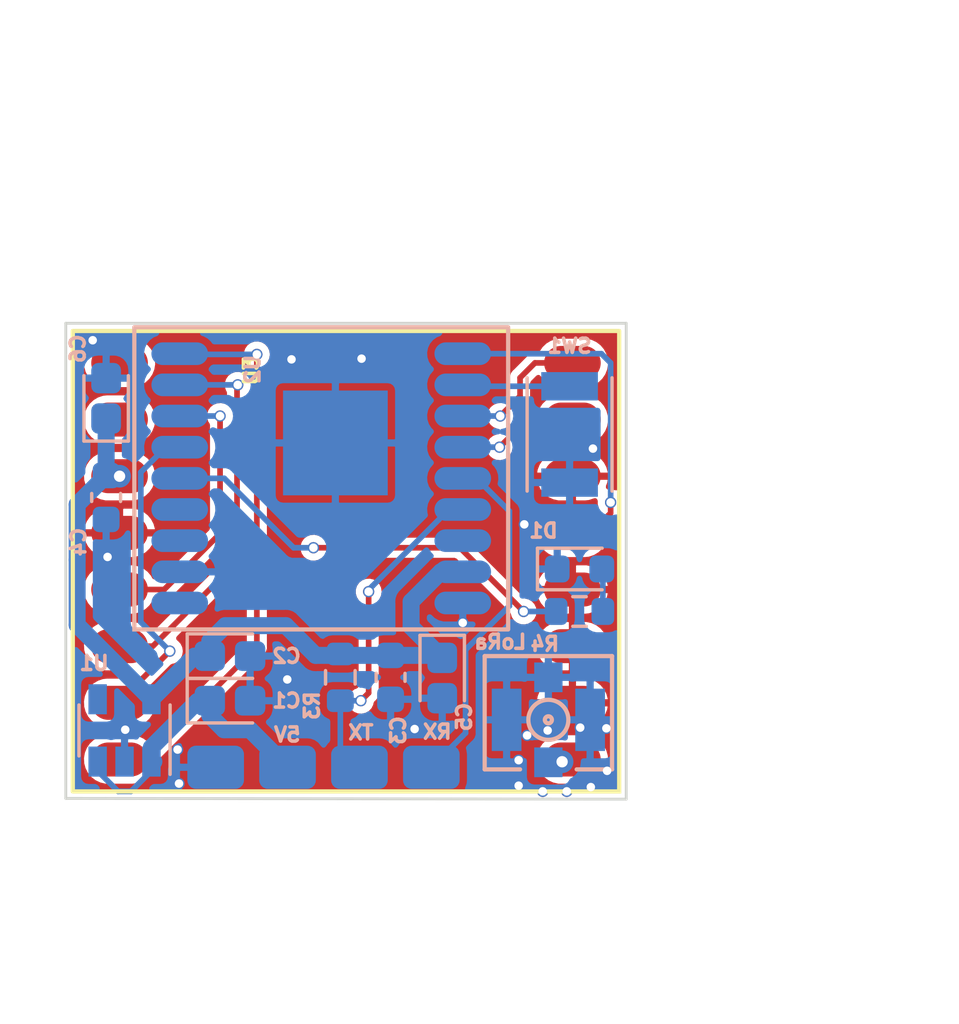
<source format=kicad_pcb>
(kicad_pcb (version 20201002) (generator pcbnew)
  (layers (0 "F.Cu" signal) (31 "B.Cu" signal) (34 "B.Paste" user) (35 "F.Paste" user) (36 "B.SilkS" user "B.Silkscreen") (37 "F.SilkS" user "F.Silkscreen") (38 "B.Mask" user) (39 "F.Mask" user) (44 "Edge.Cuts" user))
  (net 0 "")
  (net 1 "GND")
  (net 2 "Net-(AE2-Pad1)")
  (net 3 "+5V")
  (net 4 "+3V3")
  (net 5 "Net-(D1-Pad2)")
  (net 6 "/TX")
  (net 7 "/RX")
  (net 8 "/IO16")
  (net 9 "/BOOT")
  (net 10 "/BUSY")
  (net 11 "/DIO1")
  (net 12 "/NRESET")
  (net 13 "/NSS")
  (net 14 "/MOSI")
  (net 15 "/MISO")
  (net 16 "/SCK")
  (net 17 "Net-(U2-Pad1)")
  (net 18 "Net-(U2-Pad3)")
  (net 19 "/EN")
  (net 20 "/RST")
  (net 21 "Net-(U3-Pad1)")
  (net 22 "Net-(U3-Pad2)")
  (module "ELRS_lib:LoRa1280" (layer "F.Cu") (at 109.725 136.15)
    (fp_text reference "U3" (at -3.35 -6.725 90 unlocked) (layer "F.SilkS") (effects (font (size 0.5 0.5))))
    (fp_text value "LoRa1280" hide)
    (fp_rect (start 9.652 8.128) (end -9.652 -8.128) (layer "F.SilkS") (width 0.15))
    (pad "1" smd oval (at -8 -7) (size 2 1.2) (layers "F.Cu" "F.Paste" "F.Mask") (net 21 "Net-(U3-Pad1)"))
    (pad "2" smd oval (at -8 -5) (size 2 1.2) (layers "F.Cu" "F.Paste" "F.Mask") (net 22 "Net-(U3-Pad2)"))
    (pad "3" smd oval (at -8 -3) (size 2 1.2) (layers "F.Cu" "F.Paste" "F.Mask") (net 4 "+3V3"))
    (pad "4" smd oval (at -8 -1) (size 2 1.2) (layers "F.Cu" "F.Paste" "F.Mask") (net 1 "GND"))
    (pad "5" smd oval (at -8 1) (size 2 1.2) (layers "F.Cu" "F.Paste" "F.Mask") (net 15 "/MISO"))
    (pad "6" smd oval (at -8 3) (size 2 1.2) (layers "F.Cu" "F.Paste" "F.Mask") (net 14 "/MOSI"))
    (pad "7" smd oval (at -8 5) (size 2 1.2) (layers "F.Cu" "F.Paste" "F.Mask") (net 16 "/SCK"))
    (pad "8" smd oval (at -8 7) (size 2 1.2) (layers "F.Cu" "F.Paste" "F.Mask") (net 13 "/NSS"))
    (pad "9" smd oval (at 8 7) (size 2 1.2) (layers "F.Cu" "F.Paste" "F.Mask") (net 2 "Net-(AE2-Pad1)"))
    (pad "10" smd oval (at 8 5) (size 2 1.2) (layers "F.Cu" "F.Paste" "F.Mask") (net 1 "GND"))
    (pad "11" smd oval (at 8 3) (size 2 1.2) (layers "F.Cu" "F.Paste" "F.Mask") (net 1 "GND"))
    (pad "12" smd oval (at 8 1) (size 2 1.2) (layers "F.Cu" "F.Paste" "F.Mask") (net 1 "GND"))
    (pad "13" smd oval (at 8 -1) (size 2 1.2) (layers "F.Cu" "F.Paste" "F.Mask") (net 12 "/NRESET"))
    (pad "14" smd oval (at 8 -3) (size 2 1.2) (layers "F.Cu" "F.Paste" "F.Mask") (net 1 "GND"))
    (pad "15" smd oval (at 8 -5) (size 2 1.2) (layers "F.Cu" "F.Paste" "F.Mask") (net 10 "/BUSY"))
    (pad "16" smd oval (at 8 -7) (size 2 1.2) (layers "F.Cu" "F.Paste" "F.Mask") (net 11 "/DIO1"))
  )
  (module "Capacitor_Tantalum_SMD:CP_EIA-1608-08_AVX-J" (layer "B.Cu") (at 113.125 140.275 -90)
    (fp_text reference "C5" (at 1.375 -0.775 90) (layer "B.SilkS") (effects (font (size 0.5 0.5)) (justify mirror)))
    (fp_text value "CP")
    (fp_line (start 0.8 0.785) (end -1.51 0.785) (layer "B.SilkS") (width 0.12))
    (fp_line (start -1.51 0.785) (end -1.51 -0.785) (layer "B.SilkS") (width 0.12))
    (fp_line (start -1.51 -0.785) (end 0.8 -0.785) (layer "B.SilkS") (width 0.12))
    (pad "1" smd roundrect (at -0.7125 0 270) (size 1.075 1.05) (layers "B.Cu" "B.Paste" "B.Mask") (roundrect_rratio 0.238095) (net 4 "+3V3"))
    (pad "2" smd roundrect (at 0.7125 0 270) (size 1.075 1.05) (layers "B.Cu" "B.Paste" "B.Mask") (roundrect_rratio 0.238095) (net 1 "GND"))
  )
  (module "Resistor_SMD:R_0603_1608Metric" (layer "B.Cu") (at 117.975 137.925)
    (fp_text reference "R4" (at -1.225 1.15 180) (layer "B.SilkS") (effects (font (size 0.5 0.5)) (justify mirror)))
    (fp_text value "330")
    (fp_line (start -0.237258 0.5225) (end 0.237258 0.5225) (layer "B.SilkS") (width 0.12))
    (fp_line (start -0.237258 -0.5225) (end 0.237258 -0.5225) (layer "B.SilkS") (width 0.12))
    (pad "1" smd roundrect (at -0.825 0) (size 0.8 0.95) (layers "B.Cu" "B.Paste" "B.Mask") (net 8 "/IO16"))
    (pad "2" smd roundrect (at 0.825 0) (size 0.8 0.95) (layers "B.Cu" "B.Paste" "B.Mask") (net 5 "Net-(D1-Pad2)"))
  )
  (module "LED_SMD:LED_0603_1608Metric" (layer "B.Cu") (at 117.975 136.425)
    (fp_text reference "D1" (at -1.275 -1.35 180) (layer "B.SilkS") (effects (font (size 0.5 0.5)) (justify mirror)))
    (fp_text value "LED")
    (fp_line (start -1.485 -0.735) (end 0.8 -0.735) (layer "B.SilkS") (width 0.12))
    (fp_line (start -1.485 0.735) (end -1.485 -0.735) (layer "B.SilkS") (width 0.12))
    (fp_line (start 0.8 0.735) (end -1.485 0.735) (layer "B.SilkS") (width 0.12))
    (pad "1" smd roundrect (at -0.7875 0) (size 0.875 0.95) (layers "B.Cu" "B.Paste" "B.Mask") (net 1 "GND"))
    (pad "2" smd roundrect (at 0.7875 0) (size 0.875 0.95) (layers "B.Cu" "B.Paste" "B.Mask") (net 5 "Net-(D1-Pad2)"))
  )
  (module "Capacitor_Tantalum_SMD:CP_EIA-1608-08_AVX-J" (layer "B.Cu") (at 101.25 130.4 90)
    (fp_text reference "C6" (at 1.75 -1 270) (layer "B.SilkS") (effects (font (size 0.5 0.5)) (justify mirror)))
    (fp_text value "CP")
    (fp_line (start -1.51 0.785) (end -1.51 -0.785) (layer "B.SilkS") (width 0.12))
    (fp_line (start -1.51 -0.785) (end 0.8 -0.785) (layer "B.SilkS") (width 0.12))
    (fp_line (start 0.8 0.785) (end -1.51 0.785) (layer "B.SilkS") (width 0.12))
    (pad "1" smd roundrect (at -0.7125 0 90) (size 1.075 1.05) (layers "B.Cu" "B.Paste" "B.Mask") (roundrect_rratio 0.238095) (net 4 "+3V3"))
    (pad "2" smd roundrect (at 0.7125 0 90) (size 1.075 1.05) (layers "B.Cu" "B.Paste" "B.Mask") (roundrect_rratio 0.238095) (net 1 "GND"))
  )
  (module "ELRS_lib:SW_3x4x2" (layer "B.Cu") (at 117.625 131.675 -90)
    (fp_text reference "SW1" (at -3.125 0 unlocked) (layer "B.SilkS") (effects (font (size 0.5 0.5)) (justify mirror)))
    (fp_text value "SW_SPST")
    (fp_line (start -2 -1.5) (end 2 -1.5) (layer "B.SilkS") (width 0.12))
    (fp_line (start -2 1.5) (end 2 1.5) (layer "B.SilkS") (width 0.12))
    (pad "1" smd rect (at -1.7 0 270) (size 1 2) (layers "B.Cu" "B.Paste" "B.Mask") (net 9 "/BOOT"))
    (pad "2" smd rect (at 1.7 0 270) (size 1 2) (layers "B.Cu" "B.Paste" "B.Mask") (net 1 "GND"))
  )
  (module "Capacitor_Tantalum_SMD:CP_EIA-1608-08_AVX-J" (layer "B.Cu") (at 105.625 141.075)
    (fp_text reference "C1" (at 2 0 180) (layer "B.SilkS") (effects (font (size 0.5 0.5)) (justify mirror)))
    (fp_text value "CP")
    (fp_line (start -1.51 -0.785) (end 0.8 -0.785) (layer "B.SilkS") (width 0.12))
    (fp_line (start -1.51 0.785) (end -1.51 -0.785) (layer "B.SilkS") (width 0.12))
    (fp_line (start 0.8 0.785) (end -1.51 0.785) (layer "B.SilkS") (width 0.12))
    (pad "1" smd roundrect (at -0.7125 0) (size 1.075 1.05) (layers "B.Cu" "B.Paste" "B.Mask") (roundrect_rratio 0.238095) (net 3 "+5V"))
    (pad "2" smd roundrect (at 0.7125 0) (size 1.075 1.05) (layers "B.Cu" "B.Paste" "B.Mask") (roundrect_rratio 0.238095) (net 1 "GND"))
  )
  (module "Capacitor_Tantalum_SMD:CP_EIA-1608-08_AVX-J" (layer "B.Cu") (at 105.625 139.5)
    (fp_text reference "C2" (at 2 0 180) (layer "B.SilkS") (effects (font (size 0.5 0.5)) (justify mirror)))
    (fp_text value "CP")
    (fp_line (start 0.8 0.785) (end -1.51 0.785) (layer "B.SilkS") (width 0.12))
    (fp_line (start -1.51 -0.785) (end 0.8 -0.785) (layer "B.SilkS") (width 0.12))
    (fp_line (start -1.51 0.785) (end -1.51 -0.785) (layer "B.SilkS") (width 0.12))
    (pad "1" smd roundrect (at -0.7125 0) (size 1.075 1.05) (layers "B.Cu" "B.Paste" "B.Mask") (roundrect_rratio 0.238095) (net 4 "+3V3"))
    (pad "2" smd roundrect (at 0.7125 0) (size 1.075 1.05) (layers "B.Cu" "B.Paste" "B.Mask") (roundrect_rratio 0.238095) (net 1 "GND"))
  )
  (module "Resistor_SMD:R_0603_1608Metric" (layer "B.Cu") (at 109.525 140.25 -90)
    (fp_text reference "R3" (at 1 1 90) (layer "B.SilkS") (effects (font (size 0.5 0.5)) (justify mirror)))
    (fp_text value "330")
    (fp_line (start -0.237258 0.5225) (end 0.237258 0.5225) (layer "B.SilkS") (width 0.12))
    (fp_line (start -0.237258 -0.5225) (end 0.237258 -0.5225) (layer "B.SilkS") (width 0.12))
    (pad "1" smd roundrect (at -0.825 0 270) (size 0.8 0.95) (layers "B.Cu" "B.Paste" "B.Mask") (net 4 "+3V3"))
    (pad "2" smd roundrect (at 0.825 0 270) (size 0.8 0.95) (layers "B.Cu" "B.Paste" "B.Mask") (net 6 "/TX"))
  )
  (module "Capacitor_SMD:C_0603_1608Metric" (layer "B.Cu") (at 111.3 140.25 -90)
    (fp_text reference "C3" (at 1.875 -0.275 90) (layer "B.SilkS") (effects (font (size 0.5 0.5)) (justify mirror)))
    (fp_text value "C")
    (fp_line (start -0.14058 -0.51) (end 0.14058 -0.51) (layer "B.SilkS") (width 0.12))
    (fp_line (start -0.14058 0.51) (end 0.14058 0.51) (layer "B.SilkS") (width 0.12))
    (pad "1" smd roundrect (at -0.775 0 270) (size 0.9 0.95) (layers "B.Cu" "B.Paste" "B.Mask") (net 4 "+3V3"))
    (pad "2" smd roundrect (at 0.775 0 270) (size 0.9 0.95) (layers "B.Cu" "B.Paste" "B.Mask") (net 1 "GND"))
  )
  (module "ELRS_lib:com_pads" (layer "B.Cu") (at 110.2 143.425)
    (fp_text reference "J1" hide)
    (fp_text value "Conn_01x04" hide)
    (pad "1" smd roundrect (at 2.54 0) (size 2 1.524) (layers "B.Cu" "B.Mask") (roundrect_rratio 0.197) (net 7 "/RX"))
    (pad "2" smd roundrect (at 0 0) (size 2 1.524) (layers "B.Cu" "B.Mask") (roundrect_rratio 0.197) (net 6 "/TX"))
    (pad "3" smd roundrect (at -2.54 0) (size 2 1.524) (layers "B.Cu" "B.Mask") (roundrect_rratio 0.197) (net 3 "+5V"))
    (pad "4" smd roundrect (at -5.08 0) (size 2 1.524) (layers "B.Cu" "B.Mask") (roundrect_rratio 0.197) (net 1 "GND"))
  )
  (module "Package_TO_SOT_SMD:SOT-23-5" (layer "B.Cu") (at 101.9 142.125 90)
    (fp_text reference "U1" (at 2.375 -1.075 180) (layer "B.SilkS") (effects (font (size 0.5 0.5)) (justify mirror)))
    (fp_text value "ME6211C33" hide)
    (fp_line (start 0.9 1.61) (end -1.55 1.61) (layer "B.SilkS") (width 0.12))
    (fp_line (start -0.9 -1.61) (end 0.9 -1.61) (layer "B.SilkS") (width 0.12))
    (pad "1" smd rect (at -1.1 0.95 90) (size 1.06 0.65) (layers "B.Cu" "B.Paste" "B.Mask") (net 3 "+5V"))
    (pad "2" smd rect (at -1.1 0 90) (size 1.06 0.65) (layers "B.Cu" "B.Paste" "B.Mask") (net 1 "GND"))
    (pad "3" smd rect (at -1.1 -0.95 90) (size 1.06 0.65) (layers "B.Cu" "B.Paste" "B.Mask") (net 3 "+5V"))
    (pad "4" smd rect (at 1.1 -0.95 90) (size 1.06 0.65) (layers "B.Cu" "B.Paste" "B.Mask"))
    (pad "5" smd rect (at 1.1 0.95 90) (size 1.06 0.65) (layers "B.Cu" "B.Paste" "B.Mask") (net 4 "+3V3"))
  )
  (module "Capacitor_SMD:C_0603_1608Metric" (layer "B.Cu") (at 101.25 133.9 -90)
    (fp_text reference "C4" (at 1.575 0.975 90) (layer "B.SilkS") (effects (font (size 0.5 0.5)) (justify mirror)))
    (fp_text value "C")
    (fp_line (start -0.14058 0.51) (end 0.14058 0.51) (layer "B.SilkS") (width 0.12))
    (fp_line (start -0.14058 -0.51) (end 0.14058 -0.51) (layer "B.SilkS") (width 0.12))
    (pad "1" smd roundrect (at -0.775 0 270) (size 0.9 0.95) (layers "B.Cu" "B.Paste" "B.Mask") (net 4 "+3V3"))
    (pad "2" smd roundrect (at 0.775 0 270) (size 0.9 0.95) (layers "B.Cu" "B.Paste" "B.Mask") (net 1 "GND"))
  )
  (module "ELRS_lib:ESP-01F" (layer "B.Cu") (at 108.85 133.225)
    (fp_text reference "U2" (at -2.425 -3.85 90 unlocked) (layer "B.SilkS") (effects (font (size 0.5 0.5)) (justify mirror)))
    (fp_text value "ESP-01F" hide)
    (fp_rect (start -6.604 5.334) (end 6.604 -5.334) (layer "B.SilkS") (width 0.15))
    (pad "1" smd oval (at -5 4.4) (size 2 0.8) (layers "B.Cu" "B.Paste" "B.Mask") (net 17 "Net-(U2-Pad1)"))
    (pad "2" smd oval (at -5 3.3) (size 2 0.8) (layers "B.Cu" "B.Paste" "B.Mask") (net 1 "GND"))
    (pad "3" smd oval (at -5 2.2) (size 2 0.8) (layers "B.Cu" "B.Paste" "B.Mask") (net 18 "Net-(U2-Pad3)"))
    (pad "4" smd oval (at -5 1.1) (size 2 0.8) (layers "B.Cu" "B.Paste" "B.Mask") (net 19 "/EN"))
    (pad "5" smd oval (at -5 0) (size 2 0.8) (layers "B.Cu" "B.Paste" "B.Mask") (net 8 "/IO16"))
    (pad "6" smd oval (at -5 -1.1) (size 2 0.8) (layers "B.Cu" "B.Paste" "B.Mask") (net 16 "/SCK"))
    (pad "7" smd oval (at -5 -2.2) (size 2 0.8) (layers "B.Cu" "B.Paste" "B.Mask") (net 15 "/MISO"))
    (pad "8" smd oval (at -5 -3.3) (size 2 0.8) (layers "B.Cu" "B.Paste" "B.Mask") (net 14 "/MOSI"))
    (pad "9" smd oval (at -5 -4.4) (size 2 0.8) (layers "B.Cu" "B.Paste" "B.Mask") (net 13 "/NSS"))
    (pad "10" smd oval (at 5 -4.4) (size 2 0.8) (layers "B.Cu" "B.Paste" "B.Mask") (net 12 "/NRESET"))
    (pad "11" smd oval (at 5 -3.3) (size 2 0.8) (layers "B.Cu" "B.Paste" "B.Mask") (net 9 "/BOOT"))
    (pad "12" smd oval (at 5 -2.2) (size 2 0.8) (layers "B.Cu" "B.Paste" "B.Mask") (net 11 "/DIO1"))
    (pad "13" smd oval (at 5 -1.1) (size 2 0.8) (layers "B.Cu" "B.Paste" "B.Mask") (net 10 "/BUSY"))
    (pad "14" smd oval (at 5 0) (size 2 0.8) (layers "B.Cu" "B.Paste" "B.Mask") (net 7 "/RX"))
    (pad "15" smd oval (at 5 1.1) (size 2 0.8) (layers "B.Cu" "B.Paste" "B.Mask") (net 6 "/TX"))
    (pad "16" smd oval (at 5 2.2) (size 2 0.8) (layers "B.Cu" "B.Paste" "B.Mask") (net 20 "/RST"))
    (pad "17" smd oval (at 5 3.3) (size 2 0.8) (layers "B.Cu" "B.Paste" "B.Mask") (net 4 "+3V3"))
    (pad "18" smd oval (at 5 4.4) (size 2 0.8) (layers "B.Cu" "B.Paste" "B.Mask") (net 1 "GND"))
    (pad "19" smd rect (at 0.5 -1.25) (size 3.7 3.7) (layers "B.Cu" "B.Paste" "B.Mask") (net 1 "GND"))
  )
  (module "ELRS_lib:U.FL" (layer "B.Cu") (at 116.875 141.75 -90)
    (fp_text reference "AE2" hide)
    (fp_text value "Antenna_Shield" hide)
    (fp_text user "LoRa" (at -2.75 1.7 unlocked) (layer "B.SilkS") (effects (font (size 0.5 0.5) (thickness 0.125)) (justify mirror)))
    (fp_line (start -2.25 2.25) (end -2.25 -2.25) (layer "B.SilkS") (width 0.15))
    (fp_line (start 1.75 2.25) (end -2.25 2.25) (layer "B.SilkS") (width 0.15))
    (fp_line (start 1.75 1) (end 1.75 2.25) (layer "B.SilkS") (width 0.15))
    (fp_line (start 1.75 -2.25) (end 1.75 -1) (layer "B.SilkS") (width 0.15))
    (fp_line (start -2.25 -2.25) (end 1.75 -2.25) (layer "B.SilkS") (width 0.15))
    (fp_circle (center 0 0) (end 0.5 0.5) (layer "B.SilkS") (width 0.15))
    (fp_circle (center 0 0) (end 0.125 0) (layer "B.SilkS") (width 0.15))
    (pad "1" smd rect (at 1.5 0 270) (size 1.05 1) (layers "B.Cu" "B.Paste" "B.Mask") (net 2 "Net-(AE2-Pad1)"))
    (pad "2" smd rect (at 0 1.475 270) (size 2.2 1.05) (layers "B.Cu" "B.Paste" "B.Mask") (net 1 "GND"))
    (pad "2" smd rect (at 0 -1.475 270) (size 2.2 1.05) (layers "B.Cu" "B.Paste" "B.Mask") (net 1 "GND"))
    (pad "2" smd rect (at -1.5 0 270) (size 1.05 1) (layers "B.Cu" "B.Paste" "B.Mask") (net 1 "GND"))
  )
  (gr_line (start 119.625 127.75) (end 99.825 127.75) (layer "Edge.Cuts") (width 0.1))
  (gr_line (start 99.825 144.525) (end 119.625 144.55) (layer "Edge.Cuts") (width 0.1))
  (gr_line (start 99.825 127.75) (end 99.825 144.525) (layer "Edge.Cuts") (width 0.1))
  (gr_line (start 119.625 144.55) (end 119.625 127.75) (layer "Edge.Cuts") (width 0.1))
  (gr_text "TX" (at 110.25 142.2) (layer "B.SilkS") (effects (font (size 0.5 0.5) (thickness 0.125)) (justify mirror)))
  (gr_text "5V" (at 107.65 142.275) (layer "B.SilkS") (effects (font (size 0.5 0.5) (thickness 0.125)) (justify mirror)))
  (gr_text "RX" (at 112.95 142.175) (layer "B.SilkS") (effects (font (size 0.5 0.5) (thickness 0.125)) (justify mirror)))
  (via (at 103.775 142.8) (size 0.4) (drill 0.3) (layers "F.Cu" "B.Cu") (net 1))
  (via (at 116.85 142.125) (size 0.4) (drill 0.3) (layers "F.Cu" "B.Cu") (net 1))
  (via (at 107.8 129.025) (size 0.4) (drill 0.3) (layers "F.Cu" "B.Cu") (net 1))
  (via (at 118 142.025) (size 0.4) (drill 0.3) (layers "F.Cu" "B.Cu") (net 1))
  (via (at 115.825 143.175) (size 0.4) (drill 0.3) (layers "F.Cu" "B.Cu") (net 1))
  (via (at 101.925 142.1) (size 0.4) (drill 0.3) (layers "F.Cu" "B.Cu") (net 1))
  (via (at 118.45 132.175) (size 0.4) (drill 0.3) (layers "F.Cu" "B.Cu") (net 1))
  (via (at 107.65 140.325) (size 0.4) (drill 0.3) (layers "F.Cu" "B.Cu") (net 1))
  (via (at 116.675 144.275) (size 0.4) (drill 0.3) (layers "F.Cu" "B.Cu") (net 1))
  (via (at 100.775 128.35) (size 0.4) (drill 0.3) (layers "F.Cu" "B.Cu") (net 1))
  (via (at 113.85 138.325) (size 0.4) (drill 0.3) (layers "F.Cu" "B.Cu") (net 1))
  (via (at 116.125 142.3) (size 0.4) (drill 0.3) (layers "F.Cu" "B.Cu") (net 1))
  (via (at 118.925 142.05) (size 0.4) (drill 0.3) (layers "F.Cu" "B.Cu") (net 1))
  (via (at 101.3 136) (size 0.4) (drill 0.3) (layers "F.Cu" "B.Cu") (net 1))
  (via (at 118.95 143.55) (size 0.4) (drill 0.3) (layers "F.Cu" "B.Cu") (net 1))
  (via (at 117.525 144.275) (size 0.4) (drill 0.3) (layers "F.Cu" "B.Cu") (net 1))
  (via (at 116.025 134.85) (size 0.4) (drill 0.3) (layers "F.Cu" "B.Cu") (net 1))
  (via (at 115.825 144.075) (size 0.4) (drill 0.3) (layers "F.Cu" "B.Cu") (net 1))
  (via (at 112.15 142.075) (size 0.4) (drill 0.3) (layers "F.Cu" "B.Cu") (net 1))
  (via (at 110.275 129) (size 0.4) (drill 0.3) (layers "F.Cu" "B.Cu") (net 1))
  (via (at 103.825 144) (size 0.4) (drill 0.3) (layers "F.Cu" "B.Cu") (net 1))
  (via (at 118.375 144.125) (size 0.4) (drill 0.3) (layers "F.Cu" "B.Cu") (net 1))
  (segment (start 117.725 143.15) (end 117.440568 143.15) (width 0.4) (layer "F.Cu") (net 2))
  (segment (start 117.440568 143.15) (end 117.360625 143.229943) (width 0.4) (layer "F.Cu") (net 2))
  (via (at 117.360625 143.229943) (size 0.8) (drill 0.4) (layers "F.Cu" "B.Cu") (net 2))
  (segment (start 116.895057 143.229943) (end 116.875 143.25) (width 0.4) (layer "B.Cu") (net 2))
  (segment (start 117.360625 143.229943) (end 116.895057 143.229943) (width 0.4) (layer "B.Cu") (net 2))
  (segment (start 102.85 142.725) (end 102.85 143.225) (width 0.6) (layer "B.Cu") (net 3))
  (segment (start 102.85 143.225) (end 102.85 143.55428) (width 0.2) (layer "B.Cu") (net 3))
  (segment (start 106.33501 142.10001) (end 105.41251 142.10001) (width 0.6) (layer "B.Cu") (net 3))
  (segment (start 102.85 143.225) (end 102.9375 143.225) (width 0.6) (layer "B.Cu") (net 3))
  (segment (start 102.85 143.55428) (end 102.12928 144.275) (width 0.2) (layer "B.Cu") (net 3))
  (segment (start 100.95 143.55428) (end 100.95 143.225) (width 0.2) (layer "B.Cu") (net 3))
  (segment (start 105.41251 142.10001) (end 104.9125 141.6) (width 0.6) (layer "B.Cu") (net 3))
  (segment (start 102.12928 144.275) (end 101.67072 144.275) (width 0.2) (layer "B.Cu") (net 3))
  (segment (start 101.67072 144.275) (end 100.95 143.55428) (width 0.2) (layer "B.Cu") (net 3))
  (segment (start 104.9125 141.075) (end 104.8875 141.1) (width 0.6) (layer "B.Cu") (net 3))
  (segment (start 107.66 143.425) (end 106.33501 142.10001) (width 0.6) (layer "B.Cu") (net 3))
  (segment (start 104.8875 141.1) (end 104.475 141.1) (width 0.6) (layer "B.Cu") (net 3))
  (segment (start 104.475 141.1) (end 102.85 142.725) (width 0.6) (layer "B.Cu") (net 3))
  (via (at 101.725 133.15) (size 0.8) (drill 0.4) (layers "F.Cu" "B.Cu") (net 4))
  (segment (start 101.25 133.125) (end 101.25 131.1125) (width 0.6) (layer "B.Cu") (net 4))
  (segment (start 100.225 134.15) (end 100.225 136.1) (width 0.6) (layer "B.Cu") (net 4))
  (segment (start 104.9125 139.5) (end 104.9125 138.975) (width 0.6) (layer "B.Cu") (net 4))
  (segment (start 104.375 139.5) (end 104.9125 139.5) (width 0.6) (layer "B.Cu") (net 4))
  (segment (start 112.025 137.577194) (end 113.077194 136.525) (width 0.6) (layer "B.Cu") (net 4))
  (segment (start 102.85 141.025) (end 104.375 139.5) (width 0.6) (layer "B.Cu") (net 4))
  (segment (start 111.3 139.475) (end 113.0375 139.475) (width 0.6) (layer "B.Cu") (net 4))
  (segment (start 101.7 133.125) (end 101.725 133.15) (width 0.6) (layer "B.Cu") (net 4))
  (segment (start 105.4625 138.425) (end 107.6 138.425) (width 0.6) (layer "B.Cu") (net 4))
  (segment (start 104.9125 138.975) (end 105.4625 138.425) (width 0.6) (layer "B.Cu") (net 4))
  (segment (start 112.025 138.4625) (end 112.025 137.577194) (width 0.6) (layer "B.Cu") (net 4))
  (segment (start 107.6 138.425) (end 108.65 139.475) (width 0.6) (layer "B.Cu") (net 4))
  (segment (start 100.225 138.4) (end 100.225 136.1) (width 0.6) (layer "B.Cu") (net 4))
  (segment (start 113.077194 136.525) (end 113.85 136.525) (width 0.6) (layer "B.Cu") (net 4))
  (segment (start 113.125 139.5625) (end 112.025 138.4625) (width 0.6) (layer "B.Cu") (net 4))
  (segment (start 101.25 133.125) (end 101.7 133.125) (width 0.6) (layer "B.Cu") (net 4))
  (segment (start 113.0375 139.475) (end 113.125 139.5625) (width 0.6) (layer "B.Cu") (net 4))
  (segment (start 108.65 139.475) (end 111.3 139.475) (width 0.6) (layer "B.Cu") (net 4))
  (segment (start 101.25 133.125) (end 100.225 134.15) (width 0.6) (layer "B.Cu") (net 4))
  (segment (start 102.85 141.025) (end 100.225 138.4) (width 0.6) (layer "B.Cu") (net 4))
  (segment (start 118.8 137.925) (end 118.8 136.4625) (width 0.2) (layer "B.Cu") (net 5))
  (segment (start 118.8 136.4625) (end 118.7625 136.425) (width 0.2) (layer "B.Cu") (net 5))
  (segment (start 110.525 137.225) (end 110.525 140.8) (width 0.2) (layer "F.Cu") (net 6))
  (segment (start 110.525 140.8) (end 110.25 141.075) (width 0.2) (layer "F.Cu") (net 6))
  (via (at 110.525 137.225) (size 0.4) (drill 0.3) (layers "F.Cu" "B.Cu") (net 6))
  (via (at 110.25 141.075) (size 0.4) (drill 0.3) (layers "F.Cu" "B.Cu") (net 6))
  (segment (start 109.525 141.075) (end 109.525 142.75) (width 0.2) (layer "B.Cu") (net 6))
  (segment (start 113.360037 134.325) (end 110.660037 137.025) (width 0.2) (layer "B.Cu") (net 6))
  (segment (start 113.85 134.325) (end 113.360037 134.325) (width 0.2) (layer "B.Cu") (net 6))
  (segment (start 109.525 142.75) (end 110.2 143.425) (width 0.2) (layer "B.Cu") (net 6))
  (segment (start 110.525 137.160037) (end 110.525 137.225) (width 0.2) (layer "B.Cu") (net 6))
  (segment (start 110.660037 137.025) (end 110.525 137.160037) (width 0.2) (layer "B.Cu") (net 6))
  (segment (start 110.25 141.075) (end 109.525 141.075) (width 0.2) (layer "B.Cu") (net 6))
  (segment (start 113.95001 142.21499) (end 113.95001 139.27499) (width 0.2) (layer "B.Cu") (net 7))
  (segment (start 114.339963 133.225) (end 113.85 133.225) (width 0.2) (layer "B.Cu") (net 7))
  (segment (start 115.5 134.385037) (end 114.339963 133.225) (width 0.2) (layer "B.Cu") (net 7))
  (segment (start 113.95001 139.27499) (end 115.5 137.725) (width 0.2) (layer "B.Cu") (net 7))
  (segment (start 115.5 137.725) (end 115.5 134.385037) (width 0.2) (layer "B.Cu") (net 7))
  (segment (start 113.85 142.315) (end 113.95001 142.21499) (width 0.2) (layer "B.Cu") (net 7))
  (segment (start 112.74 143.425) (end 113.85 142.315) (width 0.2) (layer "B.Cu") (net 7))
  (segment (start 108.575 135.675) (end 113.75 135.675) (width 0.2) (layer "F.Cu") (net 8))
  (segment (start 113.75 135.675) (end 116 137.925) (width 0.2) (layer "F.Cu") (net 8))
  (via (at 116 137.925) (size 0.4) (drill 0.3) (layers "F.Cu" "B.Cu") (net 8))
  (via (at 108.575 135.675) (size 0.4) (drill 0.3) (layers "F.Cu" "B.Cu") (net 8))
  (segment (start 105.425 133.225) (end 107.875 135.675) (width 0.2) (layer "B.Cu") (net 8))
  (segment (start 103.85 133.225) (end 105.425 133.225) (width 0.2) (layer "B.Cu") (net 8))
  (segment (start 116 137.925) (end 117.15 137.925) (width 0.2) (layer "B.Cu") (net 8))
  (segment (start 107.875 135.675) (end 108.575 135.675) (width 0.2) (layer "B.Cu") (net 8))
  (segment (start 113.9 129.975) (end 117.625 129.975) (width 0.2) (layer "B.Cu") (net 9))
  (segment (start 113.85 129.925) (end 113.9 129.975) (width 0.2) (layer "B.Cu") (net 9))
  (segment (start 116.125 131.15) (end 117.725 131.15) (width 0.2) (layer "F.Cu") (net 10))
  (segment (start 115.15 132.125) (end 116.125 131.15) (width 0.2) (layer "F.Cu") (net 10))
  (via (at 115.15 132.125) (size 0.4) (drill 0.3) (layers "F.Cu" "B.Cu") (net 10))
  (segment (start 113.85 132.125) (end 115.15 132.125) (width 0.2) (layer "B.Cu") (net 10))
  (segment (start 115.875 129.675) (end 116.4 129.15) (width 0.2) (layer "F.Cu") (net 11))
  (segment (start 115.175 131.025) (end 115.875 130.325) (width 0.2) (layer "F.Cu") (net 11))
  (segment (start 115.875 130.325) (end 115.875 129.675) (width 0.2) (layer "F.Cu") (net 11))
  (segment (start 116.4 129.15) (end 117.725 129.15) (width 0.2) (layer "F.Cu") (net 11))
  (via (at 115.175 131.025) (size 0.4) (drill 0.3) (layers "F.Cu" "B.Cu") (net 11))
  (segment (start 113.85 131.025) (end 115.175 131.025) (width 0.2) (layer "B.Cu") (net 11))
  (segment (start 119.075 134.45) (end 118.375 135.15) (width 0.2) (layer "F.Cu") (net 12))
  (segment (start 119.075 134.075) (end 119.075 134.45) (width 0.2) (layer "F.Cu") (net 12))
  (segment (start 118.375 135.15) (end 117.725 135.15) (width 0.2) (layer "F.Cu") (net 12))
  (via (at 119.075 134.075) (size 0.4) (drill 0.3) (layers "F.Cu" "B.Cu") (net 12))
  (segment (start 118.05 128.825) (end 118.75 128.825) (width 0.2) (layer "B.Cu") (net 12))
  (segment (start 119.075 129.15) (end 119.075 134.075) (width 0.2) (layer "B.Cu") (net 12))
  (segment (start 113.85 128.825) (end 118.05 128.825) (width 0.2) (layer "B.Cu") (net 12))
  (segment (start 118.75 128.825) (end 119.075 129.15) (width 0.2) (layer "B.Cu") (net 12))
  (segment (start 102.6 143.15) (end 106.575 139.175) (width 0.2) (layer "F.Cu") (net 13))
  (segment (start 101.725 143.15) (end 102.6 143.15) (width 0.2) (layer "F.Cu") (net 13))
  (segment (start 106.575 139.175) (end 106.575 128.85) (width 0.2) (layer "F.Cu") (net 13))
  (via (at 106.575 128.85) (size 0.4) (drill 0.3) (layers "F.Cu" "B.Cu") (net 13))
  (segment (start 103.875 128.85) (end 103.85 128.825) (width 0.2) (layer "B.Cu") (net 13))
  (segment (start 106.575 128.85) (end 103.875 128.85) (width 0.2) (layer "B.Cu") (net 13))
  (segment (start 105.875 136.175) (end 105.875 129.95) (width 0.2) (layer "F.Cu") (net 14))
  (segment (start 105.875 129.95) (end 105.9 129.925) (width 0.2) (layer "F.Cu") (net 14))
  (segment (start 102.9 139.15) (end 105.875 136.175) (width 0.2) (layer "F.Cu") (net 14))
  (segment (start 101.725 139.15) (end 102.9 139.15) (width 0.2) (layer "F.Cu") (net 14))
  (via (at 105.9 129.925) (size 0.4) (drill 0.3) (layers "F.Cu" "B.Cu") (net 14))
  (segment (start 105.9 129.925) (end 103.85 129.925) (width 0.2) (layer "B.Cu") (net 14))
  (segment (start 101.725 137.15) (end 102.575 137.15) (width 0.2) (layer "F.Cu") (net 15))
  (segment (start 101.725 137.15) (end 103.3 137.15) (width 0.2) (layer "F.Cu") (net 15))
  (segment (start 105.275 135.175) (end 105.275 131.025) (width 0.2) (layer "F.Cu") (net 15))
  (segment (start 103.3 137.15) (end 105.275 135.175) (width 0.2) (layer "F.Cu") (net 15))
  (via (at 105.275 131.025) (size 0.4) (drill 0.3) (layers "F.Cu" "B.Cu") (net 15))
  (segment (start 105.275 131.025) (end 103.85 131.025) (width 0.2) (layer "B.Cu") (net 15))
  (segment (start 101.725 141.15) (end 101.725 141.1) (width 0.2) (layer "F.Cu") (net 16))
  (segment (start 101.725 141.1) (end 103.5 139.325) (width 0.2) (layer "F.Cu") (net 16))
  (via (at 103.5 139.325) (size 0.4) (drill 0.3) (layers "F.Cu" "B.Cu") (net 16))
  (segment (start 103.360037 132.125) (end 103.85 132.125) (width 0.2) (layer "B.Cu") (net 16))
  (segment (start 102.475 138.3) (end 102.475 133.010037) (width 0.2) (layer "B.Cu") (net 16))
  (segment (start 102.475 133.010037) (end 103.360037 132.125) (width 0.2) (layer "B.Cu") (net 16))
  (segment (start 103.5 139.325) (end 102.475 138.3) (width 0.2) (layer "B.Cu") (net 16))
  (zone (net 1) (net_name "GND") (layer "F.Cu") (connect_pads (clearance 0.254)) (min_thickness 0.2) (fill yes (thermal_gap 0.254) (thermal_bridge_width 0.254))
    (polygon (pts (xy 122.5 152.5) (xy 97.5 152.5) (xy 97.5 127.5) (xy 122.5 127.5)))
  )
  (zone (net 1) (net_name "GND") (layer "B.Cu") (connect_pads (clearance 0.254)) (min_thickness 0.2) (fill yes (thermal_gap 0.254) (thermal_bridge_width 0.254))
    (polygon (pts (xy 122.5 152.5) (xy 97.5 152.5) (xy 97.5 127.5) (xy 122.5 127.5)))
  )
)
</source>
